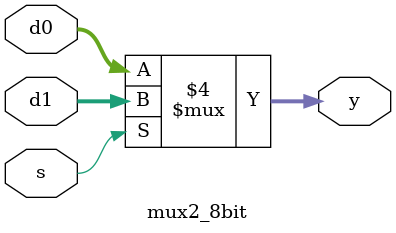
<source format=v>
module mux2_8bit(d0, d1, s, y);
	input [7:0] d0, d1;
	input s;
	output reg [7:0] y;
	
	always @(d0 or d1 or s) begin
		if (s == 0)
			y = d0;
		else
			y = d1;
	end
endmodule

</source>
